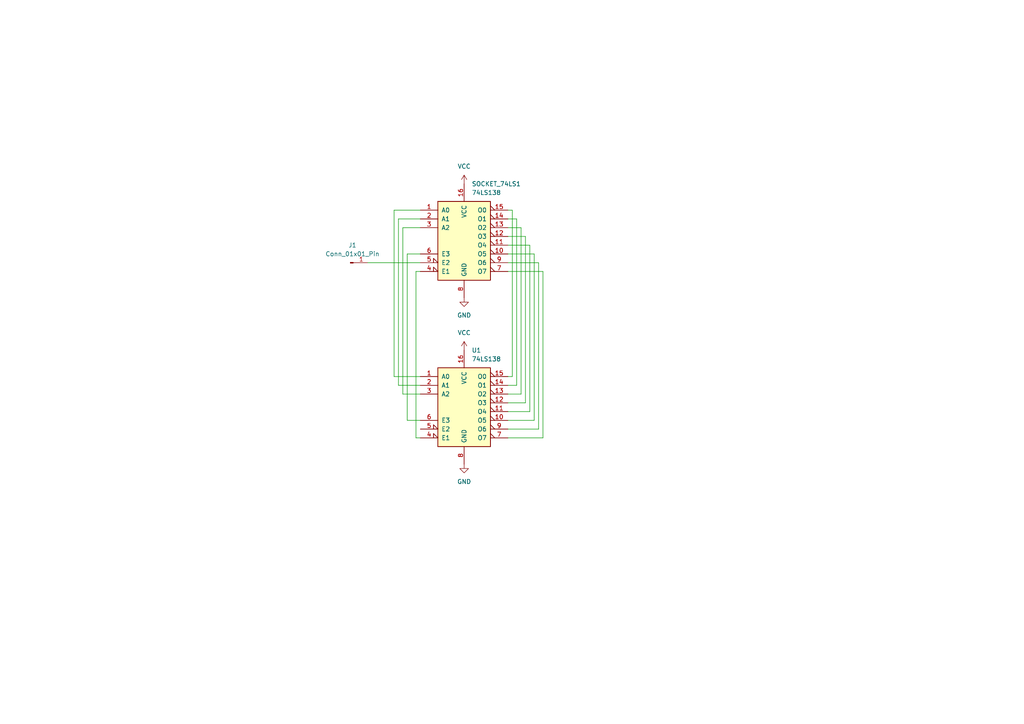
<source format=kicad_sch>
(kicad_sch (version 20230121) (generator eeschema)

  (uuid d6de76ce-ac3b-4b18-9425-fb4c0e150bf3)

  (paper "A4")

  (lib_symbols
    (symbol "74xx:74LS138" (pin_names (offset 1.016)) (in_bom yes) (on_board yes)
      (property "Reference" "U" (at -7.62 11.43 0)
        (effects (font (size 1.27 1.27)))
      )
      (property "Value" "74LS138" (at -7.62 -13.97 0)
        (effects (font (size 1.27 1.27)))
      )
      (property "Footprint" "" (at 0 0 0)
        (effects (font (size 1.27 1.27)) hide)
      )
      (property "Datasheet" "http://www.ti.com/lit/gpn/sn74LS138" (at 0 0 0)
        (effects (font (size 1.27 1.27)) hide)
      )
      (property "ki_locked" "" (at 0 0 0)
        (effects (font (size 1.27 1.27)))
      )
      (property "ki_keywords" "TTL DECOD DECOD8" (at 0 0 0)
        (effects (font (size 1.27 1.27)) hide)
      )
      (property "ki_description" "Decoder 3 to 8 active low outputs" (at 0 0 0)
        (effects (font (size 1.27 1.27)) hide)
      )
      (property "ki_fp_filters" "DIP?16*" (at 0 0 0)
        (effects (font (size 1.27 1.27)) hide)
      )
      (symbol "74LS138_1_0"
        (pin input line (at -12.7 7.62 0) (length 5.08)
          (name "A0" (effects (font (size 1.27 1.27))))
          (number "1" (effects (font (size 1.27 1.27))))
        )
        (pin output output_low (at 12.7 -5.08 180) (length 5.08)
          (name "O5" (effects (font (size 1.27 1.27))))
          (number "10" (effects (font (size 1.27 1.27))))
        )
        (pin output output_low (at 12.7 -2.54 180) (length 5.08)
          (name "O4" (effects (font (size 1.27 1.27))))
          (number "11" (effects (font (size 1.27 1.27))))
        )
        (pin output output_low (at 12.7 0 180) (length 5.08)
          (name "O3" (effects (font (size 1.27 1.27))))
          (number "12" (effects (font (size 1.27 1.27))))
        )
        (pin output output_low (at 12.7 2.54 180) (length 5.08)
          (name "O2" (effects (font (size 1.27 1.27))))
          (number "13" (effects (font (size 1.27 1.27))))
        )
        (pin output output_low (at 12.7 5.08 180) (length 5.08)
          (name "O1" (effects (font (size 1.27 1.27))))
          (number "14" (effects (font (size 1.27 1.27))))
        )
        (pin output output_low (at 12.7 7.62 180) (length 5.08)
          (name "O0" (effects (font (size 1.27 1.27))))
          (number "15" (effects (font (size 1.27 1.27))))
        )
        (pin power_in line (at 0 15.24 270) (length 5.08)
          (name "VCC" (effects (font (size 1.27 1.27))))
          (number "16" (effects (font (size 1.27 1.27))))
        )
        (pin input line (at -12.7 5.08 0) (length 5.08)
          (name "A1" (effects (font (size 1.27 1.27))))
          (number "2" (effects (font (size 1.27 1.27))))
        )
        (pin input line (at -12.7 2.54 0) (length 5.08)
          (name "A2" (effects (font (size 1.27 1.27))))
          (number "3" (effects (font (size 1.27 1.27))))
        )
        (pin input input_low (at -12.7 -10.16 0) (length 5.08)
          (name "E1" (effects (font (size 1.27 1.27))))
          (number "4" (effects (font (size 1.27 1.27))))
        )
        (pin input input_low (at -12.7 -7.62 0) (length 5.08)
          (name "E2" (effects (font (size 1.27 1.27))))
          (number "5" (effects (font (size 1.27 1.27))))
        )
        (pin input line (at -12.7 -5.08 0) (length 5.08)
          (name "E3" (effects (font (size 1.27 1.27))))
          (number "6" (effects (font (size 1.27 1.27))))
        )
        (pin output output_low (at 12.7 -10.16 180) (length 5.08)
          (name "O7" (effects (font (size 1.27 1.27))))
          (number "7" (effects (font (size 1.27 1.27))))
        )
        (pin power_in line (at 0 -17.78 90) (length 5.08)
          (name "GND" (effects (font (size 1.27 1.27))))
          (number "8" (effects (font (size 1.27 1.27))))
        )
        (pin output output_low (at 12.7 -7.62 180) (length 5.08)
          (name "O6" (effects (font (size 1.27 1.27))))
          (number "9" (effects (font (size 1.27 1.27))))
        )
      )
      (symbol "74LS138_1_1"
        (rectangle (start -7.62 10.16) (end 7.62 -12.7)
          (stroke (width 0.254) (type default))
          (fill (type background))
        )
      )
    )
    (symbol "Connector:Conn_01x01_Pin" (pin_names (offset 1.016) hide) (in_bom yes) (on_board yes)
      (property "Reference" "J" (at 0 2.54 0)
        (effects (font (size 1.27 1.27)))
      )
      (property "Value" "Conn_01x01_Pin" (at 0 -2.54 0)
        (effects (font (size 1.27 1.27)))
      )
      (property "Footprint" "" (at 0 0 0)
        (effects (font (size 1.27 1.27)) hide)
      )
      (property "Datasheet" "~" (at 0 0 0)
        (effects (font (size 1.27 1.27)) hide)
      )
      (property "ki_locked" "" (at 0 0 0)
        (effects (font (size 1.27 1.27)))
      )
      (property "ki_keywords" "connector" (at 0 0 0)
        (effects (font (size 1.27 1.27)) hide)
      )
      (property "ki_description" "Generic connector, single row, 01x01, script generated" (at 0 0 0)
        (effects (font (size 1.27 1.27)) hide)
      )
      (property "ki_fp_filters" "Connector*:*_1x??_*" (at 0 0 0)
        (effects (font (size 1.27 1.27)) hide)
      )
      (symbol "Conn_01x01_Pin_1_1"
        (polyline
          (pts
            (xy 1.27 0)
            (xy 0.8636 0)
          )
          (stroke (width 0.1524) (type default))
          (fill (type none))
        )
        (rectangle (start 0.8636 0.127) (end 0 -0.127)
          (stroke (width 0.1524) (type default))
          (fill (type outline))
        )
        (pin passive line (at 5.08 0 180) (length 3.81)
          (name "Pin_1" (effects (font (size 1.27 1.27))))
          (number "1" (effects (font (size 1.27 1.27))))
        )
      )
    )
    (symbol "power:GND" (power) (pin_names (offset 0)) (in_bom yes) (on_board yes)
      (property "Reference" "#PWR" (at 0 -6.35 0)
        (effects (font (size 1.27 1.27)) hide)
      )
      (property "Value" "GND" (at 0 -3.81 0)
        (effects (font (size 1.27 1.27)))
      )
      (property "Footprint" "" (at 0 0 0)
        (effects (font (size 1.27 1.27)) hide)
      )
      (property "Datasheet" "" (at 0 0 0)
        (effects (font (size 1.27 1.27)) hide)
      )
      (property "ki_keywords" "global power" (at 0 0 0)
        (effects (font (size 1.27 1.27)) hide)
      )
      (property "ki_description" "Power symbol creates a global label with name \"GND\" , ground" (at 0 0 0)
        (effects (font (size 1.27 1.27)) hide)
      )
      (symbol "GND_0_1"
        (polyline
          (pts
            (xy 0 0)
            (xy 0 -1.27)
            (xy 1.27 -1.27)
            (xy 0 -2.54)
            (xy -1.27 -1.27)
            (xy 0 -1.27)
          )
          (stroke (width 0) (type default))
          (fill (type none))
        )
      )
      (symbol "GND_1_1"
        (pin power_in line (at 0 0 270) (length 0) hide
          (name "GND" (effects (font (size 1.27 1.27))))
          (number "1" (effects (font (size 1.27 1.27))))
        )
      )
    )
    (symbol "power:VCC" (power) (pin_names (offset 0)) (in_bom yes) (on_board yes)
      (property "Reference" "#PWR" (at 0 -3.81 0)
        (effects (font (size 1.27 1.27)) hide)
      )
      (property "Value" "VCC" (at 0 3.81 0)
        (effects (font (size 1.27 1.27)))
      )
      (property "Footprint" "" (at 0 0 0)
        (effects (font (size 1.27 1.27)) hide)
      )
      (property "Datasheet" "" (at 0 0 0)
        (effects (font (size 1.27 1.27)) hide)
      )
      (property "ki_keywords" "global power" (at 0 0 0)
        (effects (font (size 1.27 1.27)) hide)
      )
      (property "ki_description" "Power symbol creates a global label with name \"VCC\"" (at 0 0 0)
        (effects (font (size 1.27 1.27)) hide)
      )
      (symbol "VCC_0_1"
        (polyline
          (pts
            (xy -0.762 1.27)
            (xy 0 2.54)
          )
          (stroke (width 0) (type default))
          (fill (type none))
        )
        (polyline
          (pts
            (xy 0 0)
            (xy 0 2.54)
          )
          (stroke (width 0) (type default))
          (fill (type none))
        )
        (polyline
          (pts
            (xy 0 2.54)
            (xy 0.762 1.27)
          )
          (stroke (width 0) (type default))
          (fill (type none))
        )
      )
      (symbol "VCC_1_1"
        (pin power_in line (at 0 0 90) (length 0) hide
          (name "VCC" (effects (font (size 1.27 1.27))))
          (number "1" (effects (font (size 1.27 1.27))))
        )
      )
    )
  )


  (wire (pts (xy 147.32 60.96) (xy 148.59 60.96))
    (stroke (width 0) (type default))
    (uuid 0442ca13-d520-4775-b56d-bc0f1f7c6588)
  )
  (wire (pts (xy 114.3 60.96) (xy 121.92 60.96))
    (stroke (width 0) (type default))
    (uuid 04631b50-5fbb-4286-8489-ce1ec36b9811)
  )
  (wire (pts (xy 121.92 114.3) (xy 116.84 114.3))
    (stroke (width 0) (type default))
    (uuid 04712e7b-2fcf-46e9-b960-fef551ce9386)
  )
  (wire (pts (xy 147.32 121.92) (xy 154.94 121.92))
    (stroke (width 0) (type default))
    (uuid 0926c507-3025-413e-97a8-c8c8b7fd3ff8)
  )
  (wire (pts (xy 148.59 60.96) (xy 148.59 109.22))
    (stroke (width 0) (type default))
    (uuid 0a72d04f-f291-4724-9e5f-c187d828dcd5)
  )
  (wire (pts (xy 149.86 63.5) (xy 149.86 111.76))
    (stroke (width 0) (type default))
    (uuid 0f14aec5-326e-4bad-9c3b-fe8443797321)
  )
  (wire (pts (xy 152.4 68.58) (xy 152.4 116.84))
    (stroke (width 0) (type default))
    (uuid 13d4fcdd-49c8-4f4d-ba04-0e7ba56f56ba)
  )
  (wire (pts (xy 147.32 63.5) (xy 149.86 63.5))
    (stroke (width 0) (type default))
    (uuid 1b3de435-9bde-4f8b-89af-70e3c46d99df)
  )
  (wire (pts (xy 153.67 71.12) (xy 153.67 119.38))
    (stroke (width 0) (type default))
    (uuid 1be59a7e-b424-4102-be33-d7dba4d20944)
  )
  (wire (pts (xy 120.65 78.74) (xy 120.65 127))
    (stroke (width 0) (type default))
    (uuid 1fdb6e08-aad1-4d33-9ac7-e23bb65bf9b2)
  )
  (wire (pts (xy 115.57 111.76) (xy 115.57 63.5))
    (stroke (width 0) (type default))
    (uuid 2abb3707-a198-4a90-96ca-dc3c3b50928b)
  )
  (wire (pts (xy 121.92 73.66) (xy 118.11 73.66))
    (stroke (width 0) (type default))
    (uuid 2e781b2b-5b1a-4d42-a236-6d5fe1c78ca0)
  )
  (wire (pts (xy 114.3 109.22) (xy 114.3 60.96))
    (stroke (width 0) (type default))
    (uuid 40237fea-2cae-428f-8194-4cde8ea66c93)
  )
  (wire (pts (xy 153.67 119.38) (xy 147.32 119.38))
    (stroke (width 0) (type default))
    (uuid 414f52c5-9147-4539-af75-8bff2c842df1)
  )
  (wire (pts (xy 151.13 114.3) (xy 147.32 114.3))
    (stroke (width 0) (type default))
    (uuid 46fdf69e-7688-417b-b81e-af91d01b9c15)
  )
  (wire (pts (xy 120.65 127) (xy 121.92 127))
    (stroke (width 0) (type default))
    (uuid 4774c698-f6db-4124-8bfc-9c442b08e240)
  )
  (wire (pts (xy 151.13 66.04) (xy 151.13 114.3))
    (stroke (width 0) (type default))
    (uuid 58c9abe5-183d-4ad5-87f7-0f0bea94c215)
  )
  (wire (pts (xy 154.94 121.92) (xy 154.94 73.66))
    (stroke (width 0) (type default))
    (uuid 5e89fe94-b3e0-48b9-a012-7998bdc6af64)
  )
  (wire (pts (xy 116.84 114.3) (xy 116.84 66.04))
    (stroke (width 0) (type default))
    (uuid 60adcad4-3ff1-4e0a-9367-8cd6ad68fb17)
  )
  (wire (pts (xy 147.32 127) (xy 157.48 127))
    (stroke (width 0) (type default))
    (uuid 63c40484-7e06-412e-8059-76b934473d61)
  )
  (wire (pts (xy 106.68 76.2) (xy 121.92 76.2))
    (stroke (width 0) (type default))
    (uuid 68bfe2e6-4672-49b1-a2ee-ce38169fdfa7)
  )
  (wire (pts (xy 121.92 109.22) (xy 114.3 109.22))
    (stroke (width 0) (type default))
    (uuid 71fa8f3f-edb1-407d-b469-683723ed15ec)
  )
  (wire (pts (xy 147.32 68.58) (xy 152.4 68.58))
    (stroke (width 0) (type default))
    (uuid 73b9864f-52d9-44fd-9ae5-db590ff394b3)
  )
  (wire (pts (xy 154.94 73.66) (xy 147.32 73.66))
    (stroke (width 0) (type default))
    (uuid a5db4642-f6d8-4f8a-9c14-4ca72c49e4e3)
  )
  (wire (pts (xy 148.59 109.22) (xy 147.32 109.22))
    (stroke (width 0) (type default))
    (uuid b492a6a5-1942-4aa1-8ef2-8ccb19af93d3)
  )
  (wire (pts (xy 156.21 124.46) (xy 147.32 124.46))
    (stroke (width 0) (type default))
    (uuid b7f22d5c-bd15-4325-9fdf-0b26f74e5d8c)
  )
  (wire (pts (xy 116.84 66.04) (xy 121.92 66.04))
    (stroke (width 0) (type default))
    (uuid bcdeed15-9e33-447e-a5ec-80f1bad32aec)
  )
  (wire (pts (xy 115.57 63.5) (xy 121.92 63.5))
    (stroke (width 0) (type default))
    (uuid ca110725-9c32-4aae-8bd9-c2e920fae61f)
  )
  (wire (pts (xy 152.4 116.84) (xy 147.32 116.84))
    (stroke (width 0) (type default))
    (uuid cf61a2ce-dc6d-4060-b968-e7f4a87e3aae)
  )
  (wire (pts (xy 157.48 78.74) (xy 147.32 78.74))
    (stroke (width 0) (type default))
    (uuid d1a04a88-bef8-42d7-9325-5c3c82ca0ed9)
  )
  (wire (pts (xy 157.48 127) (xy 157.48 78.74))
    (stroke (width 0) (type default))
    (uuid d2b3a755-ffd1-48be-812c-274162abd0d3)
  )
  (wire (pts (xy 147.32 66.04) (xy 151.13 66.04))
    (stroke (width 0) (type default))
    (uuid d6b5f356-c248-44a9-b412-bd5a68786171)
  )
  (wire (pts (xy 147.32 76.2) (xy 156.21 76.2))
    (stroke (width 0) (type default))
    (uuid e8a9f8a3-4e5f-4c92-b839-812467bb38bb)
  )
  (wire (pts (xy 147.32 71.12) (xy 153.67 71.12))
    (stroke (width 0) (type default))
    (uuid e9e3e7b8-767e-41be-a16f-156d5336b1a2)
  )
  (wire (pts (xy 149.86 111.76) (xy 147.32 111.76))
    (stroke (width 0) (type default))
    (uuid eafc87e9-2383-470a-ac8e-cb939a7be0c9)
  )
  (wire (pts (xy 121.92 111.76) (xy 115.57 111.76))
    (stroke (width 0) (type default))
    (uuid ed3ef769-7a23-4979-89e3-eb702c3f2a7c)
  )
  (wire (pts (xy 121.92 78.74) (xy 120.65 78.74))
    (stroke (width 0) (type default))
    (uuid ee2fa304-db00-41e8-9f47-0cb9e074402d)
  )
  (wire (pts (xy 118.11 121.92) (xy 121.92 121.92))
    (stroke (width 0) (type default))
    (uuid f3b7aa8c-6b3c-4f95-93d8-d16cf9a99e8b)
  )
  (wire (pts (xy 118.11 73.66) (xy 118.11 121.92))
    (stroke (width 0) (type default))
    (uuid f561305e-e48d-48a9-bc84-37a2482fba96)
  )
  (wire (pts (xy 156.21 76.2) (xy 156.21 124.46))
    (stroke (width 0) (type default))
    (uuid f7f6243d-b397-4577-857f-9c2f5369fc60)
  )

  (symbol (lib_id "Connector:Conn_01x01_Pin") (at 101.6 76.2 0) (unit 1)
    (in_bom yes) (on_board yes) (dnp no) (fields_autoplaced)
    (uuid 0044e80c-ca27-4970-8d3c-ec26c42b3174)
    (property "Reference" "J1" (at 102.235 71.12 0)
      (effects (font (size 1.27 1.27)))
    )
    (property "Value" "Conn_01x01_Pin" (at 102.235 73.66 0)
      (effects (font (size 1.27 1.27)))
    )
    (property "Footprint" "Connector_PinHeader_2.54mm:PinHeader_1x01_P2.54mm_Vertical" (at 101.6 76.2 0)
      (effects (font (size 1.27 1.27)) hide)
    )
    (property "Datasheet" "~" (at 101.6 76.2 0)
      (effects (font (size 1.27 1.27)) hide)
    )
    (pin "1" (uuid b5aabe6a-2233-43fc-8adf-d84fefe31437))
    (instances
      (project "U11-74LS138"
        (path "/d6de76ce-ac3b-4b18-9425-fb4c0e150bf3"
          (reference "J1") (unit 1)
        )
      )
    )
  )

  (symbol (lib_id "74xx:74LS138") (at 134.62 68.58 0) (unit 1)
    (in_bom yes) (on_board yes) (dnp no) (fields_autoplaced)
    (uuid 05ef70fc-9b0d-414f-a688-41d8f0d5234c)
    (property "Reference" "SOCKET_74LS1" (at 136.8141 53.34 0)
      (effects (font (size 1.27 1.27)) (justify left))
    )
    (property "Value" "74LS138" (at 136.8141 55.88 0)
      (effects (font (size 1.27 1.27)) (justify left))
    )
    (property "Footprint" "Package_DIP:DIP-16_W7.62mm_Socket" (at 134.62 68.58 0)
      (effects (font (size 1.27 1.27)) hide)
    )
    (property "Datasheet" "http://www.ti.com/lit/gpn/sn74LS138" (at 134.62 68.58 0)
      (effects (font (size 1.27 1.27)) hide)
    )
    (pin "6" (uuid 0f9689f2-6674-4bbf-953c-508c9e85c2f3))
    (pin "10" (uuid d491541b-b9d7-4bec-8319-9ca96dc77c41))
    (pin "12" (uuid 49b086cf-6a47-4507-9ce0-cd08dba59568))
    (pin "13" (uuid 1e4c16a4-a514-4b51-863d-a4d47368f736))
    (pin "15" (uuid e493958a-8391-42d6-921e-bbea6c0bef41))
    (pin "5" (uuid 62a69e34-1862-4bf7-9e29-f634a7025ac3))
    (pin "1" (uuid c19671c4-98f1-4030-9332-afa9a5a057a4))
    (pin "3" (uuid 0a91a937-dfb2-4e8d-8ae3-4fa8ec543886))
    (pin "4" (uuid 0494dca3-d1c5-4a33-8664-cccef5cbb192))
    (pin "2" (uuid 33ddd491-d40d-4568-b958-c71d9b1c5eea))
    (pin "9" (uuid 2b3da5fe-3d41-4843-be19-160d697d8b8e))
    (pin "11" (uuid 8dbadb45-7c9c-49f2-96e5-41032de8a754))
    (pin "14" (uuid 7a3ab1ee-7b85-4017-87c1-eea7e6483d4b))
    (pin "7" (uuid fcc25ce7-f334-4b4e-aec8-6129ac1ba163))
    (pin "16" (uuid 21f3d7b4-61ae-48d7-b477-7a8dc0b16e65))
    (pin "8" (uuid 6ee0cd1f-179a-421e-b2f6-e70989758411))
    (instances
      (project "U11-74LS138"
        (path "/d6de76ce-ac3b-4b18-9425-fb4c0e150bf3"
          (reference "SOCKET_74LS1") (unit 1)
        )
      )
      (project "coco1_rev_e_64kb"
        (path "/f479d2f0-e1cc-4dc6-aaea-bd7e54e3e7e4"
          (reference "SOCKET_74LS138") (unit 1)
        )
      )
    )
  )

  (symbol (lib_id "power:GND") (at 134.62 86.36 0) (unit 1)
    (in_bom yes) (on_board yes) (dnp no)
    (uuid 1911fec0-f640-44dc-94bc-6f67225d7c09)
    (property "Reference" "#PWR02" (at 134.62 92.71 0)
      (effects (font (size 1.27 1.27)) hide)
    )
    (property "Value" "GND" (at 134.62 91.44 0)
      (effects (font (size 1.27 1.27)))
    )
    (property "Footprint" "" (at 134.62 86.36 0)
      (effects (font (size 1.27 1.27)) hide)
    )
    (property "Datasheet" "" (at 134.62 86.36 0)
      (effects (font (size 1.27 1.27)) hide)
    )
    (pin "1" (uuid f2740da5-8ba7-4270-8270-e04841aed7b3))
    (instances
      (project "U11-74LS138"
        (path "/d6de76ce-ac3b-4b18-9425-fb4c0e150bf3"
          (reference "#PWR02") (unit 1)
        )
      )
      (project "coco1_rev_e_64kb"
        (path "/f479d2f0-e1cc-4dc6-aaea-bd7e54e3e7e4"
          (reference "#PWR04") (unit 1)
        )
      )
    )
  )

  (symbol (lib_id "power:VCC") (at 134.62 53.34 0) (unit 1)
    (in_bom yes) (on_board yes) (dnp no) (fields_autoplaced)
    (uuid 38f804bb-66c5-45cb-a9cb-c50df6c74ab2)
    (property "Reference" "#PWR01" (at 134.62 57.15 0)
      (effects (font (size 1.27 1.27)) hide)
    )
    (property "Value" "VCC" (at 134.62 48.26 0)
      (effects (font (size 1.27 1.27)))
    )
    (property "Footprint" "" (at 134.62 53.34 0)
      (effects (font (size 1.27 1.27)) hide)
    )
    (property "Datasheet" "" (at 134.62 53.34 0)
      (effects (font (size 1.27 1.27)) hide)
    )
    (pin "1" (uuid 0d7c42e3-739b-406d-a2ff-95b87b85fbf3))
    (instances
      (project "U11-74LS138"
        (path "/d6de76ce-ac3b-4b18-9425-fb4c0e150bf3"
          (reference "#PWR01") (unit 1)
        )
      )
      (project "coco1_rev_e_64kb"
        (path "/f479d2f0-e1cc-4dc6-aaea-bd7e54e3e7e4"
          (reference "#PWR07") (unit 1)
        )
      )
    )
  )

  (symbol (lib_id "power:VCC") (at 134.62 101.6 0) (unit 1)
    (in_bom yes) (on_board yes) (dnp no) (fields_autoplaced)
    (uuid 51466d46-3baf-4cb9-b51f-db44e6ad89f6)
    (property "Reference" "#PWR03" (at 134.62 105.41 0)
      (effects (font (size 1.27 1.27)) hide)
    )
    (property "Value" "VCC" (at 134.62 96.52 0)
      (effects (font (size 1.27 1.27)))
    )
    (property "Footprint" "" (at 134.62 101.6 0)
      (effects (font (size 1.27 1.27)) hide)
    )
    (property "Datasheet" "" (at 134.62 101.6 0)
      (effects (font (size 1.27 1.27)) hide)
    )
    (pin "1" (uuid 92dc406d-8995-4d01-abbf-d249a2838718))
    (instances
      (project "U11-74LS138"
        (path "/d6de76ce-ac3b-4b18-9425-fb4c0e150bf3"
          (reference "#PWR03") (unit 1)
        )
      )
      (project "coco1_rev_e_64kb"
        (path "/f479d2f0-e1cc-4dc6-aaea-bd7e54e3e7e4"
          (reference "#PWR08") (unit 1)
        )
      )
    )
  )

  (symbol (lib_id "74xx:74LS138") (at 134.62 116.84 0) (unit 1)
    (in_bom yes) (on_board yes) (dnp no) (fields_autoplaced)
    (uuid 6d07a28a-3a42-4359-a1d9-aca908f9be06)
    (property "Reference" "U1" (at 136.8141 101.6 0)
      (effects (font (size 1.27 1.27)) (justify left))
    )
    (property "Value" "74LS138" (at 136.8141 104.14 0)
      (effects (font (size 1.27 1.27)) (justify left))
    )
    (property "Footprint" "Package_DIP:DIP-16_W7.62mm" (at 134.62 116.84 0)
      (effects (font (size 1.27 1.27)) hide)
    )
    (property "Datasheet" "http://www.ti.com/lit/gpn/sn74LS138" (at 134.62 116.84 0)
      (effects (font (size 1.27 1.27)) hide)
    )
    (pin "6" (uuid 798c5c1d-c97d-417e-8118-95f6ab0bd406))
    (pin "10" (uuid 1f551961-9655-4fc5-8dda-026cde305e67))
    (pin "12" (uuid 7e1593a1-1e4b-46b1-9114-af760c432361))
    (pin "13" (uuid 3970af76-2040-4936-ba8b-fe82662be22f))
    (pin "15" (uuid 7f0f52d4-4903-49d6-9f99-f08bf8dc0ade))
    (pin "5" (uuid 13c1cd0e-9c18-493f-a123-b857c7700c0f))
    (pin "1" (uuid e7fb848d-c809-4c17-a94a-832df3800699))
    (pin "3" (uuid 862ea1ae-5295-40d3-bed0-7cdcf04a5f60))
    (pin "4" (uuid 589a79b9-486b-4e3f-809a-6a5654b9cf69))
    (pin "2" (uuid 4ed18451-dd73-436f-a451-d6d844a4a47d))
    (pin "9" (uuid 7e4e9006-af2d-4bc3-8ab9-b3344d33bee7))
    (pin "11" (uuid 62b43cdf-9bc3-44b4-8640-3bb66748efbb))
    (pin "14" (uuid ad7672cc-176b-4c97-ade9-a2369736c244))
    (pin "7" (uuid 712039ee-d15a-4a8d-ab42-cf49a0a08542))
    (pin "16" (uuid 93c89125-ee11-4612-8f5c-3ce222252f1b))
    (pin "8" (uuid f6c10dce-fcef-4905-99df-77d7f80ff0e7))
    (instances
      (project "U11-74LS138"
        (path "/d6de76ce-ac3b-4b18-9425-fb4c0e150bf3"
          (reference "U1") (unit 1)
        )
      )
      (project "coco1_rev_e_64kb"
        (path "/f479d2f0-e1cc-4dc6-aaea-bd7e54e3e7e4"
          (reference "U11") (unit 1)
        )
      )
    )
  )

  (symbol (lib_id "power:GND") (at 134.62 134.62 0) (unit 1)
    (in_bom yes) (on_board yes) (dnp no) (fields_autoplaced)
    (uuid de428500-5f76-42d8-a20d-24d5ba320dd9)
    (property "Reference" "#PWR04" (at 134.62 140.97 0)
      (effects (font (size 1.27 1.27)) hide)
    )
    (property "Value" "GND" (at 134.62 139.7 0)
      (effects (font (size 1.27 1.27)))
    )
    (property "Footprint" "" (at 134.62 134.62 0)
      (effects (font (size 1.27 1.27)) hide)
    )
    (property "Datasheet" "" (at 134.62 134.62 0)
      (effects (font (size 1.27 1.27)) hide)
    )
    (pin "1" (uuid a3ff81f9-16d0-43a4-8933-e51d7706ac25))
    (instances
      (project "U11-74LS138"
        (path "/d6de76ce-ac3b-4b18-9425-fb4c0e150bf3"
          (reference "#PWR04") (unit 1)
        )
      )
      (project "coco1_rev_e_64kb"
        (path "/f479d2f0-e1cc-4dc6-aaea-bd7e54e3e7e4"
          (reference "#PWR03") (unit 1)
        )
      )
    )
  )

  (sheet_instances
    (path "/" (page "1"))
  )
)

</source>
